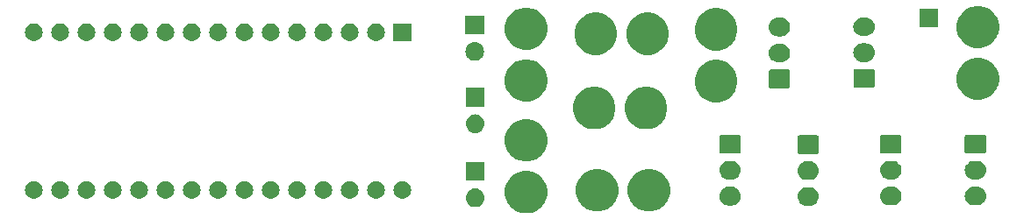
<source format=gbr>
G04 #@! TF.GenerationSoftware,KiCad,Pcbnew,(5.1.2)-2*
G04 #@! TF.CreationDate,2020-01-25T22:11:55+00:00*
G04 #@! TF.ProjectId,rowing_steerting,726f7769-6e67-45f7-9374-65657274696e,rev?*
G04 #@! TF.SameCoordinates,Original*
G04 #@! TF.FileFunction,Soldermask,Bot*
G04 #@! TF.FilePolarity,Negative*
%FSLAX46Y46*%
G04 Gerber Fmt 4.6, Leading zero omitted, Abs format (unit mm)*
G04 Created by KiCad (PCBNEW (5.1.2)-2) date 2020-01-25 22:11:55*
%MOMM*%
%LPD*%
G04 APERTURE LIST*
%ADD10C,0.100000*%
G04 APERTURE END LIST*
D10*
G36*
X53628374Y-16766038D02*
G01*
X54001631Y-16920646D01*
X54001633Y-16920647D01*
X54337556Y-17145104D01*
X54623236Y-17430784D01*
X54796849Y-17690613D01*
X54847694Y-17766709D01*
X55002302Y-18139966D01*
X55081120Y-18536213D01*
X55081120Y-18940227D01*
X55002302Y-19336474D01*
X54867900Y-19660949D01*
X54847693Y-19709733D01*
X54623236Y-20045656D01*
X54337556Y-20331336D01*
X54001633Y-20555793D01*
X54001632Y-20555794D01*
X54001631Y-20555794D01*
X53628374Y-20710402D01*
X53232127Y-20789220D01*
X52828113Y-20789220D01*
X52431866Y-20710402D01*
X52058609Y-20555794D01*
X52058608Y-20555794D01*
X52058607Y-20555793D01*
X51722684Y-20331336D01*
X51437004Y-20045656D01*
X51212547Y-19709733D01*
X51192340Y-19660949D01*
X51057938Y-19336474D01*
X50979120Y-18940227D01*
X50979120Y-18536213D01*
X51057938Y-18139966D01*
X51212546Y-17766709D01*
X51263392Y-17690613D01*
X51437004Y-17430784D01*
X51722684Y-17145104D01*
X52058607Y-16920647D01*
X52058609Y-16920646D01*
X52431866Y-16766038D01*
X52828113Y-16687220D01*
X53232127Y-16687220D01*
X53628374Y-16766038D01*
X53628374Y-16766038D01*
G37*
G36*
X65473034Y-16587598D02*
G01*
X65846291Y-16742206D01*
X65846293Y-16742207D01*
X66182216Y-16966664D01*
X66467896Y-17252344D01*
X66672771Y-17558960D01*
X66692354Y-17588269D01*
X66846962Y-17961526D01*
X66925780Y-18357773D01*
X66925780Y-18761787D01*
X66846962Y-19158034D01*
X66715444Y-19475547D01*
X66692353Y-19531293D01*
X66467896Y-19867216D01*
X66182216Y-20152896D01*
X65846293Y-20377353D01*
X65846292Y-20377354D01*
X65846291Y-20377354D01*
X65473034Y-20531962D01*
X65076787Y-20610780D01*
X64672773Y-20610780D01*
X64276526Y-20531962D01*
X63903269Y-20377354D01*
X63903268Y-20377354D01*
X63903267Y-20377353D01*
X63567344Y-20152896D01*
X63281664Y-19867216D01*
X63057207Y-19531293D01*
X63034116Y-19475547D01*
X62902598Y-19158034D01*
X62823780Y-18761787D01*
X62823780Y-18357773D01*
X62902598Y-17961526D01*
X63057206Y-17588269D01*
X63076790Y-17558960D01*
X63281664Y-17252344D01*
X63567344Y-16966664D01*
X63903267Y-16742207D01*
X63903269Y-16742206D01*
X64276526Y-16587598D01*
X64672773Y-16508780D01*
X65076787Y-16508780D01*
X65473034Y-16587598D01*
X65473034Y-16587598D01*
G37*
G36*
X60473034Y-16587598D02*
G01*
X60846291Y-16742206D01*
X60846293Y-16742207D01*
X61182216Y-16966664D01*
X61467896Y-17252344D01*
X61672771Y-17558960D01*
X61692354Y-17588269D01*
X61846962Y-17961526D01*
X61925780Y-18357773D01*
X61925780Y-18761787D01*
X61846962Y-19158034D01*
X61715444Y-19475547D01*
X61692353Y-19531293D01*
X61467896Y-19867216D01*
X61182216Y-20152896D01*
X60846293Y-20377353D01*
X60846292Y-20377354D01*
X60846291Y-20377354D01*
X60473034Y-20531962D01*
X60076787Y-20610780D01*
X59672773Y-20610780D01*
X59276526Y-20531962D01*
X58903269Y-20377354D01*
X58903268Y-20377354D01*
X58903267Y-20377353D01*
X58567344Y-20152896D01*
X58281664Y-19867216D01*
X58057207Y-19531293D01*
X58034116Y-19475547D01*
X57902598Y-19158034D01*
X57823780Y-18761787D01*
X57823780Y-18357773D01*
X57902598Y-17961526D01*
X58057206Y-17588269D01*
X58076790Y-17558960D01*
X58281664Y-17252344D01*
X58567344Y-16966664D01*
X58903267Y-16742207D01*
X58903269Y-16742206D01*
X59276526Y-16587598D01*
X59672773Y-16508780D01*
X60076787Y-16508780D01*
X60473034Y-16587598D01*
X60473034Y-16587598D01*
G37*
G36*
X48218042Y-18404438D02*
G01*
X48284227Y-18410957D01*
X48454066Y-18462477D01*
X48610591Y-18546142D01*
X48646329Y-18575472D01*
X48747786Y-18658734D01*
X48831048Y-18760191D01*
X48860378Y-18795929D01*
X48860379Y-18795931D01*
X48937508Y-18940227D01*
X48944043Y-18952454D01*
X48995563Y-19122293D01*
X49012959Y-19298920D01*
X48995563Y-19475547D01*
X48944043Y-19645386D01*
X48860378Y-19801911D01*
X48831048Y-19837649D01*
X48747786Y-19939106D01*
X48648578Y-20020523D01*
X48610591Y-20051698D01*
X48454066Y-20135363D01*
X48284227Y-20186883D01*
X48218042Y-20193402D01*
X48151860Y-20199920D01*
X48063340Y-20199920D01*
X47997158Y-20193402D01*
X47930973Y-20186883D01*
X47761134Y-20135363D01*
X47604609Y-20051698D01*
X47566622Y-20020523D01*
X47467414Y-19939106D01*
X47384152Y-19837649D01*
X47354822Y-19801911D01*
X47271157Y-19645386D01*
X47219637Y-19475547D01*
X47202241Y-19298920D01*
X47219637Y-19122293D01*
X47271157Y-18952454D01*
X47277693Y-18940227D01*
X47354821Y-18795931D01*
X47354822Y-18795929D01*
X47384152Y-18760191D01*
X47467414Y-18658734D01*
X47568871Y-18575472D01*
X47604609Y-18546142D01*
X47761134Y-18462477D01*
X47930973Y-18410957D01*
X47997158Y-18404438D01*
X48063340Y-18397920D01*
X48151860Y-18397920D01*
X48218042Y-18404438D01*
X48218042Y-18404438D01*
G37*
G36*
X80479123Y-18263479D02*
G01*
X80545307Y-18269997D01*
X80715146Y-18321517D01*
X80871671Y-18405182D01*
X80907409Y-18434512D01*
X81008866Y-18517774D01*
X81092128Y-18619231D01*
X81121458Y-18654969D01*
X81205123Y-18811494D01*
X81256643Y-18981333D01*
X81274039Y-19157960D01*
X81256643Y-19334587D01*
X81205123Y-19504426D01*
X81121458Y-19660951D01*
X81092128Y-19696689D01*
X81008866Y-19798146D01*
X80907409Y-19881408D01*
X80871671Y-19910738D01*
X80715146Y-19994403D01*
X80545307Y-20045923D01*
X80486661Y-20051699D01*
X80412940Y-20058960D01*
X80074420Y-20058960D01*
X80000699Y-20051699D01*
X79942053Y-20045923D01*
X79772214Y-19994403D01*
X79615689Y-19910738D01*
X79579951Y-19881408D01*
X79478494Y-19798146D01*
X79395232Y-19696689D01*
X79365902Y-19660951D01*
X79282237Y-19504426D01*
X79230717Y-19334587D01*
X79213321Y-19157960D01*
X79230717Y-18981333D01*
X79282237Y-18811494D01*
X79365902Y-18654969D01*
X79395232Y-18619231D01*
X79478494Y-18517774D01*
X79579951Y-18434512D01*
X79615689Y-18405182D01*
X79772214Y-18321517D01*
X79942053Y-18269997D01*
X80008237Y-18263479D01*
X80074420Y-18256960D01*
X80412940Y-18256960D01*
X80479123Y-18263479D01*
X80479123Y-18263479D01*
G37*
G36*
X72937862Y-18238078D02*
G01*
X73004047Y-18244597D01*
X73173886Y-18296117D01*
X73330411Y-18379782D01*
X73361361Y-18405182D01*
X73467606Y-18492374D01*
X73550868Y-18593831D01*
X73580198Y-18629569D01*
X73663863Y-18786094D01*
X73715383Y-18955933D01*
X73732779Y-19132560D01*
X73715383Y-19309187D01*
X73697546Y-19367987D01*
X73663862Y-19479028D01*
X73622030Y-19557289D01*
X73580198Y-19635551D01*
X73550868Y-19671289D01*
X73467606Y-19772746D01*
X73366149Y-19856008D01*
X73330411Y-19885338D01*
X73173886Y-19969003D01*
X73004047Y-20020523D01*
X72937863Y-20027041D01*
X72871680Y-20033560D01*
X72533160Y-20033560D01*
X72466978Y-20027042D01*
X72400793Y-20020523D01*
X72230954Y-19969003D01*
X72074429Y-19885338D01*
X72038691Y-19856008D01*
X71937234Y-19772746D01*
X71853972Y-19671289D01*
X71824642Y-19635551D01*
X71782809Y-19557288D01*
X71740978Y-19479028D01*
X71707294Y-19367987D01*
X71689457Y-19309187D01*
X71672061Y-19132560D01*
X71689457Y-18955933D01*
X71740977Y-18786094D01*
X71824642Y-18629569D01*
X71853972Y-18593831D01*
X71937234Y-18492374D01*
X72043479Y-18405182D01*
X72074429Y-18379782D01*
X72230954Y-18296117D01*
X72400793Y-18244597D01*
X72466978Y-18238078D01*
X72533160Y-18231560D01*
X72871680Y-18231560D01*
X72937862Y-18238078D01*
X72937862Y-18238078D01*
G37*
G36*
X96608122Y-18227918D02*
G01*
X96674307Y-18234437D01*
X96844146Y-18285957D01*
X97000671Y-18369622D01*
X97035152Y-18397920D01*
X97137866Y-18482214D01*
X97221128Y-18583671D01*
X97250458Y-18619409D01*
X97334123Y-18775934D01*
X97385643Y-18945773D01*
X97403039Y-19122400D01*
X97385643Y-19299027D01*
X97334123Y-19468866D01*
X97250458Y-19625391D01*
X97221276Y-19660949D01*
X97137866Y-19762586D01*
X97036409Y-19845848D01*
X97000671Y-19875178D01*
X96844146Y-19958843D01*
X96674307Y-20010363D01*
X96608122Y-20016882D01*
X96541940Y-20023400D01*
X96203420Y-20023400D01*
X96137238Y-20016882D01*
X96071053Y-20010363D01*
X95901214Y-19958843D01*
X95744689Y-19875178D01*
X95708951Y-19845848D01*
X95607494Y-19762586D01*
X95524084Y-19660949D01*
X95494902Y-19625391D01*
X95411237Y-19468866D01*
X95359717Y-19299027D01*
X95342321Y-19122400D01*
X95359717Y-18945773D01*
X95411237Y-18775934D01*
X95494902Y-18619409D01*
X95524232Y-18583671D01*
X95607494Y-18482214D01*
X95710208Y-18397920D01*
X95744689Y-18369622D01*
X95901214Y-18285957D01*
X96071053Y-18234437D01*
X96137238Y-18227918D01*
X96203420Y-18221400D01*
X96541940Y-18221400D01*
X96608122Y-18227918D01*
X96608122Y-18227918D01*
G37*
G36*
X88454722Y-18227918D02*
G01*
X88520907Y-18234437D01*
X88690746Y-18285957D01*
X88847271Y-18369622D01*
X88881752Y-18397920D01*
X88984466Y-18482214D01*
X89067728Y-18583671D01*
X89097058Y-18619409D01*
X89180723Y-18775934D01*
X89232243Y-18945773D01*
X89249639Y-19122400D01*
X89232243Y-19299027D01*
X89180723Y-19468866D01*
X89097058Y-19625391D01*
X89067876Y-19660949D01*
X88984466Y-19762586D01*
X88883009Y-19845848D01*
X88847271Y-19875178D01*
X88690746Y-19958843D01*
X88520907Y-20010363D01*
X88454722Y-20016882D01*
X88388540Y-20023400D01*
X88050020Y-20023400D01*
X87983838Y-20016882D01*
X87917653Y-20010363D01*
X87747814Y-19958843D01*
X87591289Y-19875178D01*
X87555551Y-19845848D01*
X87454094Y-19762586D01*
X87370684Y-19660949D01*
X87341502Y-19625391D01*
X87257837Y-19468866D01*
X87206317Y-19299027D01*
X87188921Y-19122400D01*
X87206317Y-18945773D01*
X87257837Y-18775934D01*
X87341502Y-18619409D01*
X87370832Y-18583671D01*
X87454094Y-18482214D01*
X87556808Y-18397920D01*
X87591289Y-18369622D01*
X87747814Y-18285957D01*
X87917653Y-18234437D01*
X87983838Y-18227918D01*
X88050020Y-18221400D01*
X88388540Y-18221400D01*
X88454722Y-18227918D01*
X88454722Y-18227918D01*
G37*
G36*
X33626243Y-17690613D02*
G01*
X33786662Y-17739276D01*
X33837985Y-17766709D01*
X33934498Y-17818296D01*
X34064079Y-17924641D01*
X34170424Y-18054222D01*
X34170425Y-18054224D01*
X34249444Y-18202058D01*
X34298107Y-18362477D01*
X34314537Y-18529300D01*
X34298107Y-18696123D01*
X34249444Y-18856542D01*
X34204714Y-18940226D01*
X34170424Y-19004378D01*
X34064079Y-19133959D01*
X33934498Y-19240304D01*
X33934496Y-19240305D01*
X33786662Y-19319324D01*
X33626243Y-19367987D01*
X33501224Y-19380300D01*
X33417616Y-19380300D01*
X33292597Y-19367987D01*
X33132178Y-19319324D01*
X32984344Y-19240305D01*
X32984342Y-19240304D01*
X32854761Y-19133959D01*
X32748416Y-19004378D01*
X32714126Y-18940226D01*
X32669396Y-18856542D01*
X32620733Y-18696123D01*
X32604303Y-18529300D01*
X32620733Y-18362477D01*
X32669396Y-18202058D01*
X32748415Y-18054224D01*
X32748416Y-18054222D01*
X32854761Y-17924641D01*
X32984342Y-17818296D01*
X33080855Y-17766709D01*
X33132178Y-17739276D01*
X33292597Y-17690613D01*
X33417616Y-17678300D01*
X33501224Y-17678300D01*
X33626243Y-17690613D01*
X33626243Y-17690613D01*
G37*
G36*
X5686243Y-17690613D02*
G01*
X5846662Y-17739276D01*
X5897985Y-17766709D01*
X5994498Y-17818296D01*
X6124079Y-17924641D01*
X6230424Y-18054222D01*
X6230425Y-18054224D01*
X6309444Y-18202058D01*
X6358107Y-18362477D01*
X6374537Y-18529300D01*
X6358107Y-18696123D01*
X6309444Y-18856542D01*
X6264714Y-18940226D01*
X6230424Y-19004378D01*
X6124079Y-19133959D01*
X5994498Y-19240304D01*
X5994496Y-19240305D01*
X5846662Y-19319324D01*
X5686243Y-19367987D01*
X5561224Y-19380300D01*
X5477616Y-19380300D01*
X5352597Y-19367987D01*
X5192178Y-19319324D01*
X5044344Y-19240305D01*
X5044342Y-19240304D01*
X4914761Y-19133959D01*
X4808416Y-19004378D01*
X4774126Y-18940226D01*
X4729396Y-18856542D01*
X4680733Y-18696123D01*
X4664303Y-18529300D01*
X4680733Y-18362477D01*
X4729396Y-18202058D01*
X4808415Y-18054224D01*
X4808416Y-18054222D01*
X4914761Y-17924641D01*
X5044342Y-17818296D01*
X5140855Y-17766709D01*
X5192178Y-17739276D01*
X5352597Y-17690613D01*
X5477616Y-17678300D01*
X5561224Y-17678300D01*
X5686243Y-17690613D01*
X5686243Y-17690613D01*
G37*
G36*
X41246243Y-17690613D02*
G01*
X41406662Y-17739276D01*
X41457985Y-17766709D01*
X41554498Y-17818296D01*
X41684079Y-17924641D01*
X41790424Y-18054222D01*
X41790425Y-18054224D01*
X41869444Y-18202058D01*
X41918107Y-18362477D01*
X41934537Y-18529300D01*
X41918107Y-18696123D01*
X41869444Y-18856542D01*
X41824714Y-18940226D01*
X41790424Y-19004378D01*
X41684079Y-19133959D01*
X41554498Y-19240304D01*
X41554496Y-19240305D01*
X41406662Y-19319324D01*
X41246243Y-19367987D01*
X41121224Y-19380300D01*
X41037616Y-19380300D01*
X40912597Y-19367987D01*
X40752178Y-19319324D01*
X40604344Y-19240305D01*
X40604342Y-19240304D01*
X40474761Y-19133959D01*
X40368416Y-19004378D01*
X40334126Y-18940226D01*
X40289396Y-18856542D01*
X40240733Y-18696123D01*
X40224303Y-18529300D01*
X40240733Y-18362477D01*
X40289396Y-18202058D01*
X40368415Y-18054224D01*
X40368416Y-18054222D01*
X40474761Y-17924641D01*
X40604342Y-17818296D01*
X40700855Y-17766709D01*
X40752178Y-17739276D01*
X40912597Y-17690613D01*
X41037616Y-17678300D01*
X41121224Y-17678300D01*
X41246243Y-17690613D01*
X41246243Y-17690613D01*
G37*
G36*
X38706243Y-17690613D02*
G01*
X38866662Y-17739276D01*
X38917985Y-17766709D01*
X39014498Y-17818296D01*
X39144079Y-17924641D01*
X39250424Y-18054222D01*
X39250425Y-18054224D01*
X39329444Y-18202058D01*
X39378107Y-18362477D01*
X39394537Y-18529300D01*
X39378107Y-18696123D01*
X39329444Y-18856542D01*
X39284714Y-18940226D01*
X39250424Y-19004378D01*
X39144079Y-19133959D01*
X39014498Y-19240304D01*
X39014496Y-19240305D01*
X38866662Y-19319324D01*
X38706243Y-19367987D01*
X38581224Y-19380300D01*
X38497616Y-19380300D01*
X38372597Y-19367987D01*
X38212178Y-19319324D01*
X38064344Y-19240305D01*
X38064342Y-19240304D01*
X37934761Y-19133959D01*
X37828416Y-19004378D01*
X37794126Y-18940226D01*
X37749396Y-18856542D01*
X37700733Y-18696123D01*
X37684303Y-18529300D01*
X37700733Y-18362477D01*
X37749396Y-18202058D01*
X37828415Y-18054224D01*
X37828416Y-18054222D01*
X37934761Y-17924641D01*
X38064342Y-17818296D01*
X38160855Y-17766709D01*
X38212178Y-17739276D01*
X38372597Y-17690613D01*
X38497616Y-17678300D01*
X38581224Y-17678300D01*
X38706243Y-17690613D01*
X38706243Y-17690613D01*
G37*
G36*
X36166243Y-17690613D02*
G01*
X36326662Y-17739276D01*
X36377985Y-17766709D01*
X36474498Y-17818296D01*
X36604079Y-17924641D01*
X36710424Y-18054222D01*
X36710425Y-18054224D01*
X36789444Y-18202058D01*
X36838107Y-18362477D01*
X36854537Y-18529300D01*
X36838107Y-18696123D01*
X36789444Y-18856542D01*
X36744714Y-18940226D01*
X36710424Y-19004378D01*
X36604079Y-19133959D01*
X36474498Y-19240304D01*
X36474496Y-19240305D01*
X36326662Y-19319324D01*
X36166243Y-19367987D01*
X36041224Y-19380300D01*
X35957616Y-19380300D01*
X35832597Y-19367987D01*
X35672178Y-19319324D01*
X35524344Y-19240305D01*
X35524342Y-19240304D01*
X35394761Y-19133959D01*
X35288416Y-19004378D01*
X35254126Y-18940226D01*
X35209396Y-18856542D01*
X35160733Y-18696123D01*
X35144303Y-18529300D01*
X35160733Y-18362477D01*
X35209396Y-18202058D01*
X35288415Y-18054224D01*
X35288416Y-18054222D01*
X35394761Y-17924641D01*
X35524342Y-17818296D01*
X35620855Y-17766709D01*
X35672178Y-17739276D01*
X35832597Y-17690613D01*
X35957616Y-17678300D01*
X36041224Y-17678300D01*
X36166243Y-17690613D01*
X36166243Y-17690613D01*
G37*
G36*
X31086243Y-17690613D02*
G01*
X31246662Y-17739276D01*
X31297985Y-17766709D01*
X31394498Y-17818296D01*
X31524079Y-17924641D01*
X31630424Y-18054222D01*
X31630425Y-18054224D01*
X31709444Y-18202058D01*
X31758107Y-18362477D01*
X31774537Y-18529300D01*
X31758107Y-18696123D01*
X31709444Y-18856542D01*
X31664714Y-18940226D01*
X31630424Y-19004378D01*
X31524079Y-19133959D01*
X31394498Y-19240304D01*
X31394496Y-19240305D01*
X31246662Y-19319324D01*
X31086243Y-19367987D01*
X30961224Y-19380300D01*
X30877616Y-19380300D01*
X30752597Y-19367987D01*
X30592178Y-19319324D01*
X30444344Y-19240305D01*
X30444342Y-19240304D01*
X30314761Y-19133959D01*
X30208416Y-19004378D01*
X30174126Y-18940226D01*
X30129396Y-18856542D01*
X30080733Y-18696123D01*
X30064303Y-18529300D01*
X30080733Y-18362477D01*
X30129396Y-18202058D01*
X30208415Y-18054224D01*
X30208416Y-18054222D01*
X30314761Y-17924641D01*
X30444342Y-17818296D01*
X30540855Y-17766709D01*
X30592178Y-17739276D01*
X30752597Y-17690613D01*
X30877616Y-17678300D01*
X30961224Y-17678300D01*
X31086243Y-17690613D01*
X31086243Y-17690613D01*
G37*
G36*
X28546243Y-17690613D02*
G01*
X28706662Y-17739276D01*
X28757985Y-17766709D01*
X28854498Y-17818296D01*
X28984079Y-17924641D01*
X29090424Y-18054222D01*
X29090425Y-18054224D01*
X29169444Y-18202058D01*
X29218107Y-18362477D01*
X29234537Y-18529300D01*
X29218107Y-18696123D01*
X29169444Y-18856542D01*
X29124714Y-18940226D01*
X29090424Y-19004378D01*
X28984079Y-19133959D01*
X28854498Y-19240304D01*
X28854496Y-19240305D01*
X28706662Y-19319324D01*
X28546243Y-19367987D01*
X28421224Y-19380300D01*
X28337616Y-19380300D01*
X28212597Y-19367987D01*
X28052178Y-19319324D01*
X27904344Y-19240305D01*
X27904342Y-19240304D01*
X27774761Y-19133959D01*
X27668416Y-19004378D01*
X27634126Y-18940226D01*
X27589396Y-18856542D01*
X27540733Y-18696123D01*
X27524303Y-18529300D01*
X27540733Y-18362477D01*
X27589396Y-18202058D01*
X27668415Y-18054224D01*
X27668416Y-18054222D01*
X27774761Y-17924641D01*
X27904342Y-17818296D01*
X28000855Y-17766709D01*
X28052178Y-17739276D01*
X28212597Y-17690613D01*
X28337616Y-17678300D01*
X28421224Y-17678300D01*
X28546243Y-17690613D01*
X28546243Y-17690613D01*
G37*
G36*
X23466243Y-17690613D02*
G01*
X23626662Y-17739276D01*
X23677985Y-17766709D01*
X23774498Y-17818296D01*
X23904079Y-17924641D01*
X24010424Y-18054222D01*
X24010425Y-18054224D01*
X24089444Y-18202058D01*
X24138107Y-18362477D01*
X24154537Y-18529300D01*
X24138107Y-18696123D01*
X24089444Y-18856542D01*
X24044714Y-18940226D01*
X24010424Y-19004378D01*
X23904079Y-19133959D01*
X23774498Y-19240304D01*
X23774496Y-19240305D01*
X23626662Y-19319324D01*
X23466243Y-19367987D01*
X23341224Y-19380300D01*
X23257616Y-19380300D01*
X23132597Y-19367987D01*
X22972178Y-19319324D01*
X22824344Y-19240305D01*
X22824342Y-19240304D01*
X22694761Y-19133959D01*
X22588416Y-19004378D01*
X22554126Y-18940226D01*
X22509396Y-18856542D01*
X22460733Y-18696123D01*
X22444303Y-18529300D01*
X22460733Y-18362477D01*
X22509396Y-18202058D01*
X22588415Y-18054224D01*
X22588416Y-18054222D01*
X22694761Y-17924641D01*
X22824342Y-17818296D01*
X22920855Y-17766709D01*
X22972178Y-17739276D01*
X23132597Y-17690613D01*
X23257616Y-17678300D01*
X23341224Y-17678300D01*
X23466243Y-17690613D01*
X23466243Y-17690613D01*
G37*
G36*
X20926243Y-17690613D02*
G01*
X21086662Y-17739276D01*
X21137985Y-17766709D01*
X21234498Y-17818296D01*
X21364079Y-17924641D01*
X21470424Y-18054222D01*
X21470425Y-18054224D01*
X21549444Y-18202058D01*
X21598107Y-18362477D01*
X21614537Y-18529300D01*
X21598107Y-18696123D01*
X21549444Y-18856542D01*
X21504714Y-18940226D01*
X21470424Y-19004378D01*
X21364079Y-19133959D01*
X21234498Y-19240304D01*
X21234496Y-19240305D01*
X21086662Y-19319324D01*
X20926243Y-19367987D01*
X20801224Y-19380300D01*
X20717616Y-19380300D01*
X20592597Y-19367987D01*
X20432178Y-19319324D01*
X20284344Y-19240305D01*
X20284342Y-19240304D01*
X20154761Y-19133959D01*
X20048416Y-19004378D01*
X20014126Y-18940226D01*
X19969396Y-18856542D01*
X19920733Y-18696123D01*
X19904303Y-18529300D01*
X19920733Y-18362477D01*
X19969396Y-18202058D01*
X20048415Y-18054224D01*
X20048416Y-18054222D01*
X20154761Y-17924641D01*
X20284342Y-17818296D01*
X20380855Y-17766709D01*
X20432178Y-17739276D01*
X20592597Y-17690613D01*
X20717616Y-17678300D01*
X20801224Y-17678300D01*
X20926243Y-17690613D01*
X20926243Y-17690613D01*
G37*
G36*
X18386243Y-17690613D02*
G01*
X18546662Y-17739276D01*
X18597985Y-17766709D01*
X18694498Y-17818296D01*
X18824079Y-17924641D01*
X18930424Y-18054222D01*
X18930425Y-18054224D01*
X19009444Y-18202058D01*
X19058107Y-18362477D01*
X19074537Y-18529300D01*
X19058107Y-18696123D01*
X19009444Y-18856542D01*
X18964714Y-18940226D01*
X18930424Y-19004378D01*
X18824079Y-19133959D01*
X18694498Y-19240304D01*
X18694496Y-19240305D01*
X18546662Y-19319324D01*
X18386243Y-19367987D01*
X18261224Y-19380300D01*
X18177616Y-19380300D01*
X18052597Y-19367987D01*
X17892178Y-19319324D01*
X17744344Y-19240305D01*
X17744342Y-19240304D01*
X17614761Y-19133959D01*
X17508416Y-19004378D01*
X17474126Y-18940226D01*
X17429396Y-18856542D01*
X17380733Y-18696123D01*
X17364303Y-18529300D01*
X17380733Y-18362477D01*
X17429396Y-18202058D01*
X17508415Y-18054224D01*
X17508416Y-18054222D01*
X17614761Y-17924641D01*
X17744342Y-17818296D01*
X17840855Y-17766709D01*
X17892178Y-17739276D01*
X18052597Y-17690613D01*
X18177616Y-17678300D01*
X18261224Y-17678300D01*
X18386243Y-17690613D01*
X18386243Y-17690613D01*
G37*
G36*
X15846243Y-17690613D02*
G01*
X16006662Y-17739276D01*
X16057985Y-17766709D01*
X16154498Y-17818296D01*
X16284079Y-17924641D01*
X16390424Y-18054222D01*
X16390425Y-18054224D01*
X16469444Y-18202058D01*
X16518107Y-18362477D01*
X16534537Y-18529300D01*
X16518107Y-18696123D01*
X16469444Y-18856542D01*
X16424714Y-18940226D01*
X16390424Y-19004378D01*
X16284079Y-19133959D01*
X16154498Y-19240304D01*
X16154496Y-19240305D01*
X16006662Y-19319324D01*
X15846243Y-19367987D01*
X15721224Y-19380300D01*
X15637616Y-19380300D01*
X15512597Y-19367987D01*
X15352178Y-19319324D01*
X15204344Y-19240305D01*
X15204342Y-19240304D01*
X15074761Y-19133959D01*
X14968416Y-19004378D01*
X14934126Y-18940226D01*
X14889396Y-18856542D01*
X14840733Y-18696123D01*
X14824303Y-18529300D01*
X14840733Y-18362477D01*
X14889396Y-18202058D01*
X14968415Y-18054224D01*
X14968416Y-18054222D01*
X15074761Y-17924641D01*
X15204342Y-17818296D01*
X15300855Y-17766709D01*
X15352178Y-17739276D01*
X15512597Y-17690613D01*
X15637616Y-17678300D01*
X15721224Y-17678300D01*
X15846243Y-17690613D01*
X15846243Y-17690613D01*
G37*
G36*
X13306243Y-17690613D02*
G01*
X13466662Y-17739276D01*
X13517985Y-17766709D01*
X13614498Y-17818296D01*
X13744079Y-17924641D01*
X13850424Y-18054222D01*
X13850425Y-18054224D01*
X13929444Y-18202058D01*
X13978107Y-18362477D01*
X13994537Y-18529300D01*
X13978107Y-18696123D01*
X13929444Y-18856542D01*
X13884714Y-18940226D01*
X13850424Y-19004378D01*
X13744079Y-19133959D01*
X13614498Y-19240304D01*
X13614496Y-19240305D01*
X13466662Y-19319324D01*
X13306243Y-19367987D01*
X13181224Y-19380300D01*
X13097616Y-19380300D01*
X12972597Y-19367987D01*
X12812178Y-19319324D01*
X12664344Y-19240305D01*
X12664342Y-19240304D01*
X12534761Y-19133959D01*
X12428416Y-19004378D01*
X12394126Y-18940226D01*
X12349396Y-18856542D01*
X12300733Y-18696123D01*
X12284303Y-18529300D01*
X12300733Y-18362477D01*
X12349396Y-18202058D01*
X12428415Y-18054224D01*
X12428416Y-18054222D01*
X12534761Y-17924641D01*
X12664342Y-17818296D01*
X12760855Y-17766709D01*
X12812178Y-17739276D01*
X12972597Y-17690613D01*
X13097616Y-17678300D01*
X13181224Y-17678300D01*
X13306243Y-17690613D01*
X13306243Y-17690613D01*
G37*
G36*
X10766243Y-17690613D02*
G01*
X10926662Y-17739276D01*
X10977985Y-17766709D01*
X11074498Y-17818296D01*
X11204079Y-17924641D01*
X11310424Y-18054222D01*
X11310425Y-18054224D01*
X11389444Y-18202058D01*
X11438107Y-18362477D01*
X11454537Y-18529300D01*
X11438107Y-18696123D01*
X11389444Y-18856542D01*
X11344714Y-18940226D01*
X11310424Y-19004378D01*
X11204079Y-19133959D01*
X11074498Y-19240304D01*
X11074496Y-19240305D01*
X10926662Y-19319324D01*
X10766243Y-19367987D01*
X10641224Y-19380300D01*
X10557616Y-19380300D01*
X10432597Y-19367987D01*
X10272178Y-19319324D01*
X10124344Y-19240305D01*
X10124342Y-19240304D01*
X9994761Y-19133959D01*
X9888416Y-19004378D01*
X9854126Y-18940226D01*
X9809396Y-18856542D01*
X9760733Y-18696123D01*
X9744303Y-18529300D01*
X9760733Y-18362477D01*
X9809396Y-18202058D01*
X9888415Y-18054224D01*
X9888416Y-18054222D01*
X9994761Y-17924641D01*
X10124342Y-17818296D01*
X10220855Y-17766709D01*
X10272178Y-17739276D01*
X10432597Y-17690613D01*
X10557616Y-17678300D01*
X10641224Y-17678300D01*
X10766243Y-17690613D01*
X10766243Y-17690613D01*
G37*
G36*
X8226243Y-17690613D02*
G01*
X8386662Y-17739276D01*
X8437985Y-17766709D01*
X8534498Y-17818296D01*
X8664079Y-17924641D01*
X8770424Y-18054222D01*
X8770425Y-18054224D01*
X8849444Y-18202058D01*
X8898107Y-18362477D01*
X8914537Y-18529300D01*
X8898107Y-18696123D01*
X8849444Y-18856542D01*
X8804714Y-18940226D01*
X8770424Y-19004378D01*
X8664079Y-19133959D01*
X8534498Y-19240304D01*
X8534496Y-19240305D01*
X8386662Y-19319324D01*
X8226243Y-19367987D01*
X8101224Y-19380300D01*
X8017616Y-19380300D01*
X7892597Y-19367987D01*
X7732178Y-19319324D01*
X7584344Y-19240305D01*
X7584342Y-19240304D01*
X7454761Y-19133959D01*
X7348416Y-19004378D01*
X7314126Y-18940226D01*
X7269396Y-18856542D01*
X7220733Y-18696123D01*
X7204303Y-18529300D01*
X7220733Y-18362477D01*
X7269396Y-18202058D01*
X7348415Y-18054224D01*
X7348416Y-18054222D01*
X7454761Y-17924641D01*
X7584342Y-17818296D01*
X7680855Y-17766709D01*
X7732178Y-17739276D01*
X7892597Y-17690613D01*
X8017616Y-17678300D01*
X8101224Y-17678300D01*
X8226243Y-17690613D01*
X8226243Y-17690613D01*
G37*
G36*
X26006243Y-17690613D02*
G01*
X26166662Y-17739276D01*
X26217985Y-17766709D01*
X26314498Y-17818296D01*
X26444079Y-17924641D01*
X26550424Y-18054222D01*
X26550425Y-18054224D01*
X26629444Y-18202058D01*
X26678107Y-18362477D01*
X26694537Y-18529300D01*
X26678107Y-18696123D01*
X26629444Y-18856542D01*
X26584714Y-18940226D01*
X26550424Y-19004378D01*
X26444079Y-19133959D01*
X26314498Y-19240304D01*
X26314496Y-19240305D01*
X26166662Y-19319324D01*
X26006243Y-19367987D01*
X25881224Y-19380300D01*
X25797616Y-19380300D01*
X25672597Y-19367987D01*
X25512178Y-19319324D01*
X25364344Y-19240305D01*
X25364342Y-19240304D01*
X25234761Y-19133959D01*
X25128416Y-19004378D01*
X25094126Y-18940226D01*
X25049396Y-18856542D01*
X25000733Y-18696123D01*
X24984303Y-18529300D01*
X25000733Y-18362477D01*
X25049396Y-18202058D01*
X25128415Y-18054224D01*
X25128416Y-18054222D01*
X25234761Y-17924641D01*
X25364342Y-17818296D01*
X25460855Y-17766709D01*
X25512178Y-17739276D01*
X25672597Y-17690613D01*
X25797616Y-17678300D01*
X25881224Y-17678300D01*
X26006243Y-17690613D01*
X26006243Y-17690613D01*
G37*
G36*
X49008600Y-17659920D02*
G01*
X47206600Y-17659920D01*
X47206600Y-15857920D01*
X49008600Y-15857920D01*
X49008600Y-17659920D01*
X49008600Y-17659920D01*
G37*
G36*
X80479122Y-15763478D02*
G01*
X80545307Y-15769997D01*
X80715146Y-15821517D01*
X80871671Y-15905182D01*
X80907409Y-15934512D01*
X81008866Y-16017774D01*
X81092128Y-16119231D01*
X81121458Y-16154969D01*
X81205123Y-16311494D01*
X81256643Y-16481333D01*
X81274039Y-16657960D01*
X81256643Y-16834587D01*
X81205123Y-17004426D01*
X81121458Y-17160951D01*
X81092128Y-17196689D01*
X81008866Y-17298146D01*
X80907409Y-17381408D01*
X80871671Y-17410738D01*
X80715146Y-17494403D01*
X80545307Y-17545923D01*
X80479122Y-17552442D01*
X80412940Y-17558960D01*
X80074420Y-17558960D01*
X80008238Y-17552442D01*
X79942053Y-17545923D01*
X79772214Y-17494403D01*
X79615689Y-17410738D01*
X79579951Y-17381408D01*
X79478494Y-17298146D01*
X79395232Y-17196689D01*
X79365902Y-17160951D01*
X79282237Y-17004426D01*
X79230717Y-16834587D01*
X79213321Y-16657960D01*
X79230717Y-16481333D01*
X79282237Y-16311494D01*
X79365902Y-16154969D01*
X79395232Y-16119231D01*
X79478494Y-16017774D01*
X79579951Y-15934512D01*
X79615689Y-15905182D01*
X79772214Y-15821517D01*
X79942053Y-15769997D01*
X80008238Y-15763478D01*
X80074420Y-15756960D01*
X80412940Y-15756960D01*
X80479122Y-15763478D01*
X80479122Y-15763478D01*
G37*
G36*
X72937862Y-15738078D02*
G01*
X73004047Y-15744597D01*
X73173886Y-15796117D01*
X73330411Y-15879782D01*
X73361361Y-15905182D01*
X73467606Y-15992374D01*
X73550868Y-16093831D01*
X73580198Y-16129569D01*
X73663863Y-16286094D01*
X73715383Y-16455933D01*
X73732779Y-16632560D01*
X73715383Y-16809187D01*
X73663863Y-16979026D01*
X73580198Y-17135551D01*
X73550868Y-17171289D01*
X73467606Y-17272746D01*
X73366149Y-17356008D01*
X73330411Y-17385338D01*
X73173886Y-17469003D01*
X73004047Y-17520523D01*
X72937863Y-17527041D01*
X72871680Y-17533560D01*
X72533160Y-17533560D01*
X72466977Y-17527041D01*
X72400793Y-17520523D01*
X72230954Y-17469003D01*
X72074429Y-17385338D01*
X72038691Y-17356008D01*
X71937234Y-17272746D01*
X71853972Y-17171289D01*
X71824642Y-17135551D01*
X71740977Y-16979026D01*
X71689457Y-16809187D01*
X71672061Y-16632560D01*
X71689457Y-16455933D01*
X71740977Y-16286094D01*
X71824642Y-16129569D01*
X71853972Y-16093831D01*
X71937234Y-15992374D01*
X72043479Y-15905182D01*
X72074429Y-15879782D01*
X72230954Y-15796117D01*
X72400793Y-15744597D01*
X72466978Y-15738078D01*
X72533160Y-15731560D01*
X72871680Y-15731560D01*
X72937862Y-15738078D01*
X72937862Y-15738078D01*
G37*
G36*
X96608122Y-15727918D02*
G01*
X96674307Y-15734437D01*
X96844146Y-15785957D01*
X97000671Y-15869622D01*
X97036409Y-15898952D01*
X97137866Y-15982214D01*
X97221128Y-16083671D01*
X97250458Y-16119409D01*
X97334123Y-16275934D01*
X97385643Y-16445773D01*
X97403039Y-16622400D01*
X97385643Y-16799027D01*
X97334123Y-16968866D01*
X97250458Y-17125391D01*
X97234280Y-17145104D01*
X97137866Y-17262586D01*
X97036409Y-17345848D01*
X97000671Y-17375178D01*
X96844146Y-17458843D01*
X96674307Y-17510363D01*
X96608123Y-17516881D01*
X96541940Y-17523400D01*
X96203420Y-17523400D01*
X96137237Y-17516881D01*
X96071053Y-17510363D01*
X95901214Y-17458843D01*
X95744689Y-17375178D01*
X95708951Y-17345848D01*
X95607494Y-17262586D01*
X95511080Y-17145104D01*
X95494902Y-17125391D01*
X95411237Y-16968866D01*
X95359717Y-16799027D01*
X95342321Y-16622400D01*
X95359717Y-16445773D01*
X95411237Y-16275934D01*
X95494902Y-16119409D01*
X95524232Y-16083671D01*
X95607494Y-15982214D01*
X95708951Y-15898952D01*
X95744689Y-15869622D01*
X95901214Y-15785957D01*
X96071053Y-15734437D01*
X96137238Y-15727918D01*
X96203420Y-15721400D01*
X96541940Y-15721400D01*
X96608122Y-15727918D01*
X96608122Y-15727918D01*
G37*
G36*
X88454722Y-15727918D02*
G01*
X88520907Y-15734437D01*
X88690746Y-15785957D01*
X88847271Y-15869622D01*
X88883009Y-15898952D01*
X88984466Y-15982214D01*
X89067728Y-16083671D01*
X89097058Y-16119409D01*
X89180723Y-16275934D01*
X89232243Y-16445773D01*
X89249639Y-16622400D01*
X89232243Y-16799027D01*
X89180723Y-16968866D01*
X89097058Y-17125391D01*
X89080880Y-17145104D01*
X88984466Y-17262586D01*
X88883009Y-17345848D01*
X88847271Y-17375178D01*
X88690746Y-17458843D01*
X88520907Y-17510363D01*
X88454723Y-17516881D01*
X88388540Y-17523400D01*
X88050020Y-17523400D01*
X87983837Y-17516881D01*
X87917653Y-17510363D01*
X87747814Y-17458843D01*
X87591289Y-17375178D01*
X87555551Y-17345848D01*
X87454094Y-17262586D01*
X87357680Y-17145104D01*
X87341502Y-17125391D01*
X87257837Y-16968866D01*
X87206317Y-16799027D01*
X87188921Y-16622400D01*
X87206317Y-16445773D01*
X87257837Y-16275934D01*
X87341502Y-16119409D01*
X87370832Y-16083671D01*
X87454094Y-15982214D01*
X87555551Y-15898952D01*
X87591289Y-15869622D01*
X87747814Y-15785957D01*
X87917653Y-15734437D01*
X87983838Y-15727918D01*
X88050020Y-15721400D01*
X88388540Y-15721400D01*
X88454722Y-15727918D01*
X88454722Y-15727918D01*
G37*
G36*
X53628374Y-11766038D02*
G01*
X54001631Y-11920646D01*
X54001633Y-11920647D01*
X54337556Y-12145104D01*
X54623236Y-12430784D01*
X54843924Y-12761066D01*
X54847694Y-12766709D01*
X55002302Y-13139966D01*
X55081120Y-13536213D01*
X55081120Y-13940227D01*
X55002302Y-14336474D01*
X54847694Y-14709731D01*
X54847693Y-14709733D01*
X54623236Y-15045656D01*
X54337556Y-15331336D01*
X54001633Y-15555793D01*
X54001632Y-15555794D01*
X54001631Y-15555794D01*
X53628374Y-15710402D01*
X53232127Y-15789220D01*
X52828113Y-15789220D01*
X52431866Y-15710402D01*
X52058609Y-15555794D01*
X52058608Y-15555794D01*
X52058607Y-15555793D01*
X51722684Y-15331336D01*
X51437004Y-15045656D01*
X51212547Y-14709733D01*
X51212546Y-14709731D01*
X51057938Y-14336474D01*
X50979120Y-13940227D01*
X50979120Y-13536213D01*
X51057938Y-13139966D01*
X51212546Y-12766709D01*
X51216317Y-12761066D01*
X51437004Y-12430784D01*
X51722684Y-12145104D01*
X52058607Y-11920647D01*
X52058609Y-11920646D01*
X52431866Y-11766038D01*
X52828113Y-11687220D01*
X53232127Y-11687220D01*
X53628374Y-11766038D01*
X53628374Y-11766038D01*
G37*
G36*
X81127280Y-13260949D02*
G01*
X81160332Y-13270975D01*
X81190783Y-13287252D01*
X81217479Y-13309161D01*
X81239388Y-13335857D01*
X81255665Y-13366308D01*
X81265691Y-13399360D01*
X81269680Y-13439863D01*
X81269680Y-14876057D01*
X81265691Y-14916560D01*
X81255665Y-14949612D01*
X81239388Y-14980063D01*
X81217479Y-15006759D01*
X81190783Y-15028668D01*
X81160332Y-15044945D01*
X81127280Y-15054971D01*
X81086777Y-15058960D01*
X79400583Y-15058960D01*
X79360080Y-15054971D01*
X79327028Y-15044945D01*
X79296577Y-15028668D01*
X79269881Y-15006759D01*
X79247972Y-14980063D01*
X79231695Y-14949612D01*
X79221669Y-14916560D01*
X79217680Y-14876057D01*
X79217680Y-13439863D01*
X79221669Y-13399360D01*
X79231695Y-13366308D01*
X79247972Y-13335857D01*
X79269881Y-13309161D01*
X79296577Y-13287252D01*
X79327028Y-13270975D01*
X79360080Y-13260949D01*
X79400583Y-13256960D01*
X81086777Y-13256960D01*
X81127280Y-13260949D01*
X81127280Y-13260949D01*
G37*
G36*
X73586020Y-13235549D02*
G01*
X73619072Y-13245575D01*
X73649523Y-13261852D01*
X73676219Y-13283761D01*
X73698128Y-13310457D01*
X73714405Y-13340908D01*
X73724431Y-13373960D01*
X73728420Y-13414463D01*
X73728420Y-14850657D01*
X73724431Y-14891160D01*
X73714405Y-14924212D01*
X73698128Y-14954663D01*
X73676219Y-14981359D01*
X73649523Y-15003268D01*
X73619072Y-15019545D01*
X73586020Y-15029571D01*
X73545517Y-15033560D01*
X71859323Y-15033560D01*
X71818820Y-15029571D01*
X71785768Y-15019545D01*
X71755317Y-15003268D01*
X71728621Y-14981359D01*
X71706712Y-14954663D01*
X71690435Y-14924212D01*
X71680409Y-14891160D01*
X71676420Y-14850657D01*
X71676420Y-13414463D01*
X71680409Y-13373960D01*
X71690435Y-13340908D01*
X71706712Y-13310457D01*
X71728621Y-13283761D01*
X71755317Y-13261852D01*
X71785768Y-13245575D01*
X71818820Y-13235549D01*
X71859323Y-13231560D01*
X73545517Y-13231560D01*
X73586020Y-13235549D01*
X73586020Y-13235549D01*
G37*
G36*
X97256280Y-13225389D02*
G01*
X97289332Y-13235415D01*
X97319783Y-13251692D01*
X97346479Y-13273601D01*
X97368388Y-13300297D01*
X97384665Y-13330748D01*
X97394691Y-13363800D01*
X97398680Y-13404303D01*
X97398680Y-14840497D01*
X97394691Y-14881000D01*
X97384665Y-14914052D01*
X97368388Y-14944503D01*
X97346479Y-14971199D01*
X97319783Y-14993108D01*
X97289332Y-15009385D01*
X97256280Y-15019411D01*
X97215777Y-15023400D01*
X95529583Y-15023400D01*
X95489080Y-15019411D01*
X95456028Y-15009385D01*
X95425577Y-14993108D01*
X95398881Y-14971199D01*
X95376972Y-14944503D01*
X95360695Y-14914052D01*
X95350669Y-14881000D01*
X95346680Y-14840497D01*
X95346680Y-13404303D01*
X95350669Y-13363800D01*
X95360695Y-13330748D01*
X95376972Y-13300297D01*
X95398881Y-13273601D01*
X95425577Y-13251692D01*
X95456028Y-13235415D01*
X95489080Y-13225389D01*
X95529583Y-13221400D01*
X97215777Y-13221400D01*
X97256280Y-13225389D01*
X97256280Y-13225389D01*
G37*
G36*
X89102880Y-13225389D02*
G01*
X89135932Y-13235415D01*
X89166383Y-13251692D01*
X89193079Y-13273601D01*
X89214988Y-13300297D01*
X89231265Y-13330748D01*
X89241291Y-13363800D01*
X89245280Y-13404303D01*
X89245280Y-14840497D01*
X89241291Y-14881000D01*
X89231265Y-14914052D01*
X89214988Y-14944503D01*
X89193079Y-14971199D01*
X89166383Y-14993108D01*
X89135932Y-15009385D01*
X89102880Y-15019411D01*
X89062377Y-15023400D01*
X87376183Y-15023400D01*
X87335680Y-15019411D01*
X87302628Y-15009385D01*
X87272177Y-14993108D01*
X87245481Y-14971199D01*
X87223572Y-14944503D01*
X87207295Y-14914052D01*
X87197269Y-14881000D01*
X87193280Y-14840497D01*
X87193280Y-13404303D01*
X87197269Y-13363800D01*
X87207295Y-13330748D01*
X87223572Y-13300297D01*
X87245481Y-13273601D01*
X87272177Y-13251692D01*
X87302628Y-13235415D01*
X87335680Y-13225389D01*
X87376183Y-13221400D01*
X89062377Y-13221400D01*
X89102880Y-13225389D01*
X89102880Y-13225389D01*
G37*
G36*
X48218043Y-11226399D02*
G01*
X48284227Y-11232917D01*
X48454066Y-11284437D01*
X48610591Y-11368102D01*
X48646329Y-11397432D01*
X48747786Y-11480694D01*
X48831048Y-11582151D01*
X48860378Y-11617889D01*
X48944043Y-11774414D01*
X48995563Y-11944253D01*
X49012959Y-12120880D01*
X48995563Y-12297507D01*
X48944043Y-12467346D01*
X48860378Y-12623871D01*
X48831048Y-12659609D01*
X48747786Y-12761066D01*
X48646329Y-12844328D01*
X48610591Y-12873658D01*
X48454066Y-12957323D01*
X48284227Y-13008843D01*
X48218043Y-13015361D01*
X48151860Y-13021880D01*
X48063340Y-13021880D01*
X47997158Y-13015362D01*
X47930973Y-13008843D01*
X47761134Y-12957323D01*
X47604609Y-12873658D01*
X47568871Y-12844328D01*
X47467414Y-12761066D01*
X47384152Y-12659609D01*
X47354822Y-12623871D01*
X47271157Y-12467346D01*
X47219637Y-12297507D01*
X47202241Y-12120880D01*
X47219637Y-11944253D01*
X47271157Y-11774414D01*
X47354822Y-11617889D01*
X47384152Y-11582151D01*
X47467414Y-11480694D01*
X47568871Y-11397432D01*
X47604609Y-11368102D01*
X47761134Y-11284437D01*
X47930973Y-11232917D01*
X47997157Y-11226399D01*
X48063340Y-11219880D01*
X48151860Y-11219880D01*
X48218043Y-11226399D01*
X48218043Y-11226399D01*
G37*
G36*
X60191094Y-8639938D02*
G01*
X60504973Y-8769951D01*
X60564353Y-8794547D01*
X60900276Y-9019004D01*
X61185956Y-9304684D01*
X61393980Y-9616013D01*
X61410414Y-9640609D01*
X61565022Y-10013866D01*
X61643840Y-10410113D01*
X61643840Y-10814127D01*
X61565022Y-11210374D01*
X61499689Y-11368101D01*
X61410413Y-11583633D01*
X61185956Y-11919556D01*
X60900276Y-12205236D01*
X60564353Y-12429693D01*
X60564352Y-12429694D01*
X60564351Y-12429694D01*
X60191094Y-12584302D01*
X59794847Y-12663120D01*
X59390833Y-12663120D01*
X58994586Y-12584302D01*
X58621329Y-12429694D01*
X58621328Y-12429694D01*
X58621327Y-12429693D01*
X58285404Y-12205236D01*
X57999724Y-11919556D01*
X57775267Y-11583633D01*
X57685991Y-11368101D01*
X57620658Y-11210374D01*
X57541840Y-10814127D01*
X57541840Y-10410113D01*
X57620658Y-10013866D01*
X57775266Y-9640609D01*
X57791701Y-9616013D01*
X57999724Y-9304684D01*
X58285404Y-9019004D01*
X58621327Y-8794547D01*
X58680707Y-8769951D01*
X58994586Y-8639938D01*
X59390833Y-8561120D01*
X59794847Y-8561120D01*
X60191094Y-8639938D01*
X60191094Y-8639938D01*
G37*
G36*
X65191094Y-8639938D02*
G01*
X65504973Y-8769951D01*
X65564353Y-8794547D01*
X65900276Y-9019004D01*
X66185956Y-9304684D01*
X66393980Y-9616013D01*
X66410414Y-9640609D01*
X66565022Y-10013866D01*
X66643840Y-10410113D01*
X66643840Y-10814127D01*
X66565022Y-11210374D01*
X66499689Y-11368101D01*
X66410413Y-11583633D01*
X66185956Y-11919556D01*
X65900276Y-12205236D01*
X65564353Y-12429693D01*
X65564352Y-12429694D01*
X65564351Y-12429694D01*
X65191094Y-12584302D01*
X64794847Y-12663120D01*
X64390833Y-12663120D01*
X63994586Y-12584302D01*
X63621329Y-12429694D01*
X63621328Y-12429694D01*
X63621327Y-12429693D01*
X63285404Y-12205236D01*
X62999724Y-11919556D01*
X62775267Y-11583633D01*
X62685991Y-11368101D01*
X62620658Y-11210374D01*
X62541840Y-10814127D01*
X62541840Y-10410113D01*
X62620658Y-10013866D01*
X62775266Y-9640609D01*
X62791701Y-9616013D01*
X62999724Y-9304684D01*
X63285404Y-9019004D01*
X63621327Y-8794547D01*
X63680707Y-8769951D01*
X63994586Y-8639938D01*
X64390833Y-8561120D01*
X64794847Y-8561120D01*
X65191094Y-8639938D01*
X65191094Y-8639938D01*
G37*
G36*
X49008600Y-10481880D02*
G01*
X47206600Y-10481880D01*
X47206600Y-8679880D01*
X49008600Y-8679880D01*
X49008600Y-10481880D01*
X49008600Y-10481880D01*
G37*
G36*
X71954474Y-6052318D02*
G01*
X72323863Y-6205324D01*
X72327733Y-6206927D01*
X72663656Y-6431384D01*
X72949336Y-6717064D01*
X73162884Y-7036660D01*
X73173794Y-7052989D01*
X73328402Y-7426246D01*
X73407220Y-7822493D01*
X73407220Y-8226507D01*
X73328402Y-8622754D01*
X73201148Y-8929973D01*
X73173793Y-8996013D01*
X72949336Y-9331936D01*
X72663656Y-9617616D01*
X72327733Y-9842073D01*
X72327732Y-9842074D01*
X72327731Y-9842074D01*
X71954474Y-9996682D01*
X71558227Y-10075500D01*
X71154213Y-10075500D01*
X70757966Y-9996682D01*
X70384709Y-9842074D01*
X70384708Y-9842074D01*
X70384707Y-9842073D01*
X70048784Y-9617616D01*
X69763104Y-9331936D01*
X69538647Y-8996013D01*
X69511292Y-8929973D01*
X69384038Y-8622754D01*
X69305220Y-8226507D01*
X69305220Y-7822493D01*
X69384038Y-7426246D01*
X69538646Y-7052989D01*
X69549557Y-7036660D01*
X69763104Y-6717064D01*
X70048784Y-6431384D01*
X70384707Y-6206927D01*
X70388577Y-6205324D01*
X70757966Y-6052318D01*
X71154213Y-5973500D01*
X71558227Y-5973500D01*
X71954474Y-6052318D01*
X71954474Y-6052318D01*
G37*
G36*
X53625834Y-5986278D02*
G01*
X53976921Y-6131703D01*
X53999093Y-6140887D01*
X54335016Y-6365344D01*
X54620696Y-6651024D01*
X54835939Y-6973157D01*
X54845154Y-6986949D01*
X54999762Y-7360206D01*
X55078580Y-7756453D01*
X55078580Y-8160467D01*
X54999762Y-8556714D01*
X54901249Y-8794546D01*
X54845153Y-8929973D01*
X54620696Y-9265896D01*
X54335016Y-9551576D01*
X53999093Y-9776033D01*
X53999092Y-9776034D01*
X53999091Y-9776034D01*
X53625834Y-9930642D01*
X53229587Y-10009460D01*
X52825573Y-10009460D01*
X52429326Y-9930642D01*
X52056069Y-9776034D01*
X52056068Y-9776034D01*
X52056067Y-9776033D01*
X51720144Y-9551576D01*
X51434464Y-9265896D01*
X51210007Y-8929973D01*
X51153911Y-8794546D01*
X51055398Y-8556714D01*
X50976580Y-8160467D01*
X50976580Y-7756453D01*
X51055398Y-7360206D01*
X51210006Y-6986949D01*
X51219222Y-6973157D01*
X51434464Y-6651024D01*
X51720144Y-6365344D01*
X52056067Y-6140887D01*
X52078239Y-6131703D01*
X52429326Y-5986278D01*
X52825573Y-5907460D01*
X53229587Y-5907460D01*
X53625834Y-5986278D01*
X53625834Y-5986278D01*
G37*
G36*
X97207154Y-5826258D02*
G01*
X97580411Y-5980866D01*
X97580413Y-5980867D01*
X97883260Y-6183223D01*
X97916336Y-6205324D01*
X98202016Y-6491004D01*
X98426474Y-6826929D01*
X98581082Y-7200186D01*
X98659900Y-7596433D01*
X98659900Y-8000447D01*
X98581082Y-8396694D01*
X98462803Y-8682245D01*
X98426473Y-8769953D01*
X98202016Y-9105876D01*
X97916336Y-9391556D01*
X97580413Y-9616013D01*
X97580412Y-9616014D01*
X97580411Y-9616014D01*
X97207154Y-9770622D01*
X96810907Y-9849440D01*
X96406893Y-9849440D01*
X96010646Y-9770622D01*
X95637389Y-9616014D01*
X95637388Y-9616014D01*
X95637387Y-9616013D01*
X95301464Y-9391556D01*
X95015784Y-9105876D01*
X94791327Y-8769953D01*
X94754997Y-8682245D01*
X94636718Y-8396694D01*
X94557900Y-8000447D01*
X94557900Y-7596433D01*
X94636718Y-7200186D01*
X94791326Y-6826929D01*
X95015784Y-6491004D01*
X95301464Y-6205324D01*
X95334540Y-6183223D01*
X95637387Y-5980867D01*
X95637389Y-5980866D01*
X96010646Y-5826258D01*
X96406893Y-5747440D01*
X96810907Y-5747440D01*
X97207154Y-5826258D01*
X97207154Y-5826258D01*
G37*
G36*
X78356140Y-6898249D02*
G01*
X78389192Y-6908275D01*
X78419643Y-6924552D01*
X78446339Y-6946461D01*
X78468248Y-6973157D01*
X78484525Y-7003608D01*
X78494551Y-7036660D01*
X78498540Y-7077163D01*
X78498540Y-8513357D01*
X78494551Y-8553860D01*
X78484525Y-8586912D01*
X78468248Y-8617363D01*
X78446339Y-8644059D01*
X78419643Y-8665968D01*
X78389192Y-8682245D01*
X78356140Y-8692271D01*
X78315637Y-8696260D01*
X76629443Y-8696260D01*
X76588940Y-8692271D01*
X76555888Y-8682245D01*
X76525437Y-8665968D01*
X76498741Y-8644059D01*
X76476832Y-8617363D01*
X76460555Y-8586912D01*
X76450529Y-8553860D01*
X76446540Y-8513357D01*
X76446540Y-7077163D01*
X76450529Y-7036660D01*
X76460555Y-7003608D01*
X76476832Y-6973157D01*
X76498741Y-6946461D01*
X76525437Y-6924552D01*
X76555888Y-6908275D01*
X76588940Y-6898249D01*
X76629443Y-6894260D01*
X78315637Y-6894260D01*
X78356140Y-6898249D01*
X78356140Y-6898249D01*
G37*
G36*
X86509540Y-6862689D02*
G01*
X86542592Y-6872715D01*
X86573043Y-6888992D01*
X86599739Y-6910901D01*
X86621648Y-6937597D01*
X86637925Y-6968048D01*
X86647951Y-7001100D01*
X86651940Y-7041603D01*
X86651940Y-8477797D01*
X86647951Y-8518300D01*
X86637925Y-8551352D01*
X86621648Y-8581803D01*
X86599739Y-8608499D01*
X86573043Y-8630408D01*
X86542592Y-8646685D01*
X86509540Y-8656711D01*
X86469037Y-8660700D01*
X84782843Y-8660700D01*
X84742340Y-8656711D01*
X84709288Y-8646685D01*
X84678837Y-8630408D01*
X84652141Y-8608499D01*
X84630232Y-8581803D01*
X84613955Y-8551352D01*
X84603929Y-8518300D01*
X84599940Y-8477797D01*
X84599940Y-7041603D01*
X84603929Y-7001100D01*
X84613955Y-6968048D01*
X84630232Y-6937597D01*
X84652141Y-6910901D01*
X84678837Y-6888992D01*
X84709288Y-6872715D01*
X84742340Y-6862689D01*
X84782843Y-6858700D01*
X86469037Y-6858700D01*
X86509540Y-6862689D01*
X86509540Y-6862689D01*
G37*
G36*
X77707983Y-4400779D02*
G01*
X77774167Y-4407297D01*
X77944006Y-4458817D01*
X78100531Y-4542482D01*
X78136269Y-4571812D01*
X78237726Y-4655074D01*
X78320988Y-4756531D01*
X78350318Y-4792269D01*
X78350319Y-4792271D01*
X78424281Y-4930642D01*
X78433983Y-4948794D01*
X78485503Y-5118633D01*
X78502899Y-5295260D01*
X78485503Y-5471887D01*
X78433983Y-5641726D01*
X78350318Y-5798251D01*
X78327333Y-5826258D01*
X78237726Y-5935446D01*
X78136269Y-6018708D01*
X78100531Y-6048038D01*
X77944006Y-6131703D01*
X77774167Y-6183223D01*
X77707982Y-6189742D01*
X77641800Y-6196260D01*
X77303280Y-6196260D01*
X77237097Y-6189741D01*
X77170913Y-6183223D01*
X77001074Y-6131703D01*
X76844549Y-6048038D01*
X76808811Y-6018708D01*
X76707354Y-5935446D01*
X76617747Y-5826258D01*
X76594762Y-5798251D01*
X76511097Y-5641726D01*
X76459577Y-5471887D01*
X76442181Y-5295260D01*
X76459577Y-5118633D01*
X76511097Y-4948794D01*
X76520800Y-4930642D01*
X76594761Y-4792271D01*
X76594762Y-4792269D01*
X76624092Y-4756531D01*
X76707354Y-4655074D01*
X76808811Y-4571812D01*
X76844549Y-4542482D01*
X77001074Y-4458817D01*
X77170913Y-4407297D01*
X77237097Y-4400779D01*
X77303280Y-4394260D01*
X77641800Y-4394260D01*
X77707983Y-4400779D01*
X77707983Y-4400779D01*
G37*
G36*
X85861383Y-4365219D02*
G01*
X85927567Y-4371737D01*
X86097406Y-4423257D01*
X86253931Y-4506922D01*
X86289669Y-4536252D01*
X86391126Y-4619514D01*
X86474388Y-4720971D01*
X86503718Y-4756709D01*
X86587383Y-4913234D01*
X86638903Y-5083073D01*
X86656299Y-5259700D01*
X86638903Y-5436327D01*
X86587383Y-5606166D01*
X86503718Y-5762691D01*
X86476066Y-5796385D01*
X86391126Y-5899886D01*
X86292450Y-5980866D01*
X86253931Y-6012478D01*
X86097406Y-6096143D01*
X85927567Y-6147663D01*
X85861382Y-6154182D01*
X85795200Y-6160700D01*
X85456680Y-6160700D01*
X85390497Y-6154181D01*
X85324313Y-6147663D01*
X85154474Y-6096143D01*
X84997949Y-6012478D01*
X84959430Y-5980866D01*
X84860754Y-5899886D01*
X84775814Y-5796385D01*
X84748162Y-5762691D01*
X84664497Y-5606166D01*
X84612977Y-5436327D01*
X84595581Y-5259700D01*
X84612977Y-5083073D01*
X84664497Y-4913234D01*
X84748162Y-4756709D01*
X84777492Y-4720971D01*
X84860754Y-4619514D01*
X84962211Y-4536252D01*
X84997949Y-4506922D01*
X85154474Y-4423257D01*
X85324313Y-4371737D01*
X85390498Y-4365218D01*
X85456680Y-4358700D01*
X85795200Y-4358700D01*
X85861383Y-4365219D01*
X85861383Y-4365219D01*
G37*
G36*
X48177403Y-4261719D02*
G01*
X48243587Y-4268237D01*
X48413426Y-4319757D01*
X48569951Y-4403422D01*
X48594120Y-4423257D01*
X48707146Y-4516014D01*
X48789212Y-4616013D01*
X48819738Y-4653209D01*
X48903403Y-4809734D01*
X48954923Y-4979573D01*
X48972319Y-5156200D01*
X48954923Y-5332827D01*
X48903403Y-5502666D01*
X48819738Y-5659191D01*
X48790408Y-5694929D01*
X48707146Y-5796386D01*
X48605689Y-5879648D01*
X48569951Y-5908978D01*
X48413426Y-5992643D01*
X48243587Y-6044163D01*
X48177403Y-6050681D01*
X48111220Y-6057200D01*
X48022700Y-6057200D01*
X47956517Y-6050681D01*
X47890333Y-6044163D01*
X47720494Y-5992643D01*
X47563969Y-5908978D01*
X47528231Y-5879648D01*
X47426774Y-5796386D01*
X47343512Y-5694929D01*
X47314182Y-5659191D01*
X47230517Y-5502666D01*
X47178997Y-5332827D01*
X47161601Y-5156200D01*
X47178997Y-4979573D01*
X47230517Y-4809734D01*
X47314182Y-4653209D01*
X47344708Y-4616013D01*
X47426774Y-4516014D01*
X47539800Y-4423257D01*
X47563969Y-4403422D01*
X47720494Y-4319757D01*
X47890333Y-4268237D01*
X47956517Y-4261719D01*
X48022700Y-4255200D01*
X48111220Y-4255200D01*
X48177403Y-4261719D01*
X48177403Y-4261719D01*
G37*
G36*
X65343494Y-1459358D02*
G01*
X65716751Y-1613966D01*
X65716753Y-1613967D01*
X66052676Y-1838424D01*
X66338356Y-2124104D01*
X66556523Y-2450613D01*
X66562814Y-2460029D01*
X66717422Y-2833286D01*
X66796240Y-3229533D01*
X66796240Y-3633547D01*
X66717422Y-4029794D01*
X66567575Y-4391556D01*
X66562813Y-4403053D01*
X66338356Y-4738976D01*
X66052676Y-5024656D01*
X65716753Y-5249113D01*
X65716752Y-5249114D01*
X65716751Y-5249114D01*
X65343494Y-5403722D01*
X64947247Y-5482540D01*
X64543233Y-5482540D01*
X64146986Y-5403722D01*
X63773729Y-5249114D01*
X63773728Y-5249114D01*
X63773727Y-5249113D01*
X63437804Y-5024656D01*
X63152124Y-4738976D01*
X62927667Y-4403053D01*
X62922905Y-4391556D01*
X62773058Y-4029794D01*
X62694240Y-3633547D01*
X62694240Y-3229533D01*
X62773058Y-2833286D01*
X62927666Y-2460029D01*
X62933958Y-2450613D01*
X63152124Y-2124104D01*
X63437804Y-1838424D01*
X63773727Y-1613967D01*
X63773729Y-1613966D01*
X64146986Y-1459358D01*
X64543233Y-1380540D01*
X64947247Y-1380540D01*
X65343494Y-1459358D01*
X65343494Y-1459358D01*
G37*
G36*
X60343494Y-1459358D02*
G01*
X60716751Y-1613966D01*
X60716753Y-1613967D01*
X61052676Y-1838424D01*
X61338356Y-2124104D01*
X61556523Y-2450613D01*
X61562814Y-2460029D01*
X61717422Y-2833286D01*
X61796240Y-3229533D01*
X61796240Y-3633547D01*
X61717422Y-4029794D01*
X61567575Y-4391556D01*
X61562813Y-4403053D01*
X61338356Y-4738976D01*
X61052676Y-5024656D01*
X60716753Y-5249113D01*
X60716752Y-5249114D01*
X60716751Y-5249114D01*
X60343494Y-5403722D01*
X59947247Y-5482540D01*
X59543233Y-5482540D01*
X59146986Y-5403722D01*
X58773729Y-5249114D01*
X58773728Y-5249114D01*
X58773727Y-5249113D01*
X58437804Y-5024656D01*
X58152124Y-4738976D01*
X57927667Y-4403053D01*
X57922905Y-4391556D01*
X57773058Y-4029794D01*
X57694240Y-3633547D01*
X57694240Y-3229533D01*
X57773058Y-2833286D01*
X57927666Y-2460029D01*
X57933958Y-2450613D01*
X58152124Y-2124104D01*
X58437804Y-1838424D01*
X58773727Y-1613967D01*
X58773729Y-1613966D01*
X59146986Y-1459358D01*
X59543233Y-1380540D01*
X59947247Y-1380540D01*
X60343494Y-1459358D01*
X60343494Y-1459358D01*
G37*
G36*
X71954474Y-1052318D02*
G01*
X72323863Y-1205324D01*
X72327733Y-1206927D01*
X72663656Y-1431384D01*
X72949336Y-1717064D01*
X73166774Y-2042482D01*
X73173794Y-2052989D01*
X73328402Y-2426246D01*
X73407220Y-2822493D01*
X73407220Y-3226507D01*
X73328402Y-3622754D01*
X73201148Y-3929973D01*
X73173793Y-3996013D01*
X72949336Y-4331936D01*
X72663656Y-4617616D01*
X72327733Y-4842073D01*
X72327732Y-4842074D01*
X72327731Y-4842074D01*
X71954474Y-4996682D01*
X71558227Y-5075500D01*
X71154213Y-5075500D01*
X70757966Y-4996682D01*
X70384709Y-4842074D01*
X70384708Y-4842074D01*
X70384707Y-4842073D01*
X70048784Y-4617616D01*
X69763104Y-4331936D01*
X69538647Y-3996013D01*
X69511292Y-3929973D01*
X69384038Y-3622754D01*
X69305220Y-3226507D01*
X69305220Y-2822493D01*
X69384038Y-2426246D01*
X69538646Y-2052989D01*
X69545667Y-2042482D01*
X69763104Y-1717064D01*
X70048784Y-1431384D01*
X70384707Y-1206927D01*
X70388577Y-1205324D01*
X70757966Y-1052318D01*
X71154213Y-973500D01*
X71558227Y-973500D01*
X71954474Y-1052318D01*
X71954474Y-1052318D01*
G37*
G36*
X53625834Y-986278D02*
G01*
X53999091Y-1140886D01*
X53999093Y-1140887D01*
X54335016Y-1365344D01*
X54620696Y-1651024D01*
X54826358Y-1958818D01*
X54845154Y-1986949D01*
X54999762Y-2360206D01*
X55078580Y-2756453D01*
X55078580Y-3160467D01*
X54999762Y-3556714D01*
X54845154Y-3929971D01*
X54845153Y-3929973D01*
X54620696Y-4265896D01*
X54335016Y-4551576D01*
X53999093Y-4776033D01*
X53999092Y-4776034D01*
X53999091Y-4776034D01*
X53625834Y-4930642D01*
X53229587Y-5009460D01*
X52825573Y-5009460D01*
X52429326Y-4930642D01*
X52056069Y-4776034D01*
X52056068Y-4776034D01*
X52056067Y-4776033D01*
X51720144Y-4551576D01*
X51434464Y-4265896D01*
X51210007Y-3929973D01*
X51210006Y-3929971D01*
X51055398Y-3556714D01*
X50976580Y-3160467D01*
X50976580Y-2756453D01*
X51055398Y-2360206D01*
X51210006Y-1986949D01*
X51228803Y-1958818D01*
X51434464Y-1651024D01*
X51720144Y-1365344D01*
X52056067Y-1140887D01*
X52056069Y-1140886D01*
X52429326Y-986278D01*
X52825573Y-907460D01*
X53229587Y-907460D01*
X53625834Y-986278D01*
X53625834Y-986278D01*
G37*
G36*
X97207154Y-826258D02*
G01*
X97580411Y-980866D01*
X97580413Y-980867D01*
X97687348Y-1052319D01*
X97916336Y-1205324D01*
X98202016Y-1491004D01*
X98426474Y-1826929D01*
X98581082Y-2200186D01*
X98659900Y-2596433D01*
X98659900Y-3000447D01*
X98581082Y-3396694D01*
X98482974Y-3633547D01*
X98426473Y-3769953D01*
X98202016Y-4105876D01*
X97916336Y-4391556D01*
X97580413Y-4616013D01*
X97580412Y-4616014D01*
X97580411Y-4616014D01*
X97207154Y-4770622D01*
X96810907Y-4849440D01*
X96406893Y-4849440D01*
X96010646Y-4770622D01*
X95637389Y-4616014D01*
X95637388Y-4616014D01*
X95637387Y-4616013D01*
X95301464Y-4391556D01*
X95015784Y-4105876D01*
X94791327Y-3769953D01*
X94734826Y-3633547D01*
X94636718Y-3396694D01*
X94557900Y-3000447D01*
X94557900Y-2596433D01*
X94636718Y-2200186D01*
X94791326Y-1826929D01*
X95015784Y-1491004D01*
X95301464Y-1205324D01*
X95530452Y-1052319D01*
X95637387Y-980867D01*
X95637389Y-980866D01*
X96010646Y-826258D01*
X96406893Y-747440D01*
X96810907Y-747440D01*
X97207154Y-826258D01*
X97207154Y-826258D01*
G37*
G36*
X38706243Y-2450613D02*
G01*
X38866662Y-2499276D01*
X38999326Y-2570186D01*
X39014498Y-2578296D01*
X39144079Y-2684641D01*
X39250424Y-2814222D01*
X39250425Y-2814224D01*
X39329444Y-2962058D01*
X39378107Y-3122477D01*
X39394537Y-3289300D01*
X39378107Y-3456123D01*
X39329444Y-3616542D01*
X39312809Y-3647663D01*
X39250424Y-3764378D01*
X39144079Y-3893959D01*
X39014498Y-4000304D01*
X39014496Y-4000305D01*
X38866662Y-4079324D01*
X38706243Y-4127987D01*
X38581224Y-4140300D01*
X38497616Y-4140300D01*
X38372597Y-4127987D01*
X38212178Y-4079324D01*
X38064344Y-4000305D01*
X38064342Y-4000304D01*
X37934761Y-3893959D01*
X37828416Y-3764378D01*
X37766031Y-3647663D01*
X37749396Y-3616542D01*
X37700733Y-3456123D01*
X37684303Y-3289300D01*
X37700733Y-3122477D01*
X37749396Y-2962058D01*
X37828415Y-2814224D01*
X37828416Y-2814222D01*
X37934761Y-2684641D01*
X38064342Y-2578296D01*
X38079514Y-2570186D01*
X38212178Y-2499276D01*
X38372597Y-2450613D01*
X38497616Y-2438300D01*
X38581224Y-2438300D01*
X38706243Y-2450613D01*
X38706243Y-2450613D01*
G37*
G36*
X5686243Y-2450613D02*
G01*
X5846662Y-2499276D01*
X5979326Y-2570186D01*
X5994498Y-2578296D01*
X6124079Y-2684641D01*
X6230424Y-2814222D01*
X6230425Y-2814224D01*
X6309444Y-2962058D01*
X6358107Y-3122477D01*
X6374537Y-3289300D01*
X6358107Y-3456123D01*
X6309444Y-3616542D01*
X6292809Y-3647663D01*
X6230424Y-3764378D01*
X6124079Y-3893959D01*
X5994498Y-4000304D01*
X5994496Y-4000305D01*
X5846662Y-4079324D01*
X5686243Y-4127987D01*
X5561224Y-4140300D01*
X5477616Y-4140300D01*
X5352597Y-4127987D01*
X5192178Y-4079324D01*
X5044344Y-4000305D01*
X5044342Y-4000304D01*
X4914761Y-3893959D01*
X4808416Y-3764378D01*
X4746031Y-3647663D01*
X4729396Y-3616542D01*
X4680733Y-3456123D01*
X4664303Y-3289300D01*
X4680733Y-3122477D01*
X4729396Y-2962058D01*
X4808415Y-2814224D01*
X4808416Y-2814222D01*
X4914761Y-2684641D01*
X5044342Y-2578296D01*
X5059514Y-2570186D01*
X5192178Y-2499276D01*
X5352597Y-2450613D01*
X5477616Y-2438300D01*
X5561224Y-2438300D01*
X5686243Y-2450613D01*
X5686243Y-2450613D01*
G37*
G36*
X10766243Y-2450613D02*
G01*
X10926662Y-2499276D01*
X11059326Y-2570186D01*
X11074498Y-2578296D01*
X11204079Y-2684641D01*
X11310424Y-2814222D01*
X11310425Y-2814224D01*
X11389444Y-2962058D01*
X11438107Y-3122477D01*
X11454537Y-3289300D01*
X11438107Y-3456123D01*
X11389444Y-3616542D01*
X11372809Y-3647663D01*
X11310424Y-3764378D01*
X11204079Y-3893959D01*
X11074498Y-4000304D01*
X11074496Y-4000305D01*
X10926662Y-4079324D01*
X10766243Y-4127987D01*
X10641224Y-4140300D01*
X10557616Y-4140300D01*
X10432597Y-4127987D01*
X10272178Y-4079324D01*
X10124344Y-4000305D01*
X10124342Y-4000304D01*
X9994761Y-3893959D01*
X9888416Y-3764378D01*
X9826031Y-3647663D01*
X9809396Y-3616542D01*
X9760733Y-3456123D01*
X9744303Y-3289300D01*
X9760733Y-3122477D01*
X9809396Y-2962058D01*
X9888415Y-2814224D01*
X9888416Y-2814222D01*
X9994761Y-2684641D01*
X10124342Y-2578296D01*
X10139514Y-2570186D01*
X10272178Y-2499276D01*
X10432597Y-2450613D01*
X10557616Y-2438300D01*
X10641224Y-2438300D01*
X10766243Y-2450613D01*
X10766243Y-2450613D01*
G37*
G36*
X13306243Y-2450613D02*
G01*
X13466662Y-2499276D01*
X13599326Y-2570186D01*
X13614498Y-2578296D01*
X13744079Y-2684641D01*
X13850424Y-2814222D01*
X13850425Y-2814224D01*
X13929444Y-2962058D01*
X13978107Y-3122477D01*
X13994537Y-3289300D01*
X13978107Y-3456123D01*
X13929444Y-3616542D01*
X13912809Y-3647663D01*
X13850424Y-3764378D01*
X13744079Y-3893959D01*
X13614498Y-4000304D01*
X13614496Y-4000305D01*
X13466662Y-4079324D01*
X13306243Y-4127987D01*
X13181224Y-4140300D01*
X13097616Y-4140300D01*
X12972597Y-4127987D01*
X12812178Y-4079324D01*
X12664344Y-4000305D01*
X12664342Y-4000304D01*
X12534761Y-3893959D01*
X12428416Y-3764378D01*
X12366031Y-3647663D01*
X12349396Y-3616542D01*
X12300733Y-3456123D01*
X12284303Y-3289300D01*
X12300733Y-3122477D01*
X12349396Y-2962058D01*
X12428415Y-2814224D01*
X12428416Y-2814222D01*
X12534761Y-2684641D01*
X12664342Y-2578296D01*
X12679514Y-2570186D01*
X12812178Y-2499276D01*
X12972597Y-2450613D01*
X13097616Y-2438300D01*
X13181224Y-2438300D01*
X13306243Y-2450613D01*
X13306243Y-2450613D01*
G37*
G36*
X15846243Y-2450613D02*
G01*
X16006662Y-2499276D01*
X16139326Y-2570186D01*
X16154498Y-2578296D01*
X16284079Y-2684641D01*
X16390424Y-2814222D01*
X16390425Y-2814224D01*
X16469444Y-2962058D01*
X16518107Y-3122477D01*
X16534537Y-3289300D01*
X16518107Y-3456123D01*
X16469444Y-3616542D01*
X16452809Y-3647663D01*
X16390424Y-3764378D01*
X16284079Y-3893959D01*
X16154498Y-4000304D01*
X16154496Y-4000305D01*
X16006662Y-4079324D01*
X15846243Y-4127987D01*
X15721224Y-4140300D01*
X15637616Y-4140300D01*
X15512597Y-4127987D01*
X15352178Y-4079324D01*
X15204344Y-4000305D01*
X15204342Y-4000304D01*
X15074761Y-3893959D01*
X14968416Y-3764378D01*
X14906031Y-3647663D01*
X14889396Y-3616542D01*
X14840733Y-3456123D01*
X14824303Y-3289300D01*
X14840733Y-3122477D01*
X14889396Y-2962058D01*
X14968415Y-2814224D01*
X14968416Y-2814222D01*
X15074761Y-2684641D01*
X15204342Y-2578296D01*
X15219514Y-2570186D01*
X15352178Y-2499276D01*
X15512597Y-2450613D01*
X15637616Y-2438300D01*
X15721224Y-2438300D01*
X15846243Y-2450613D01*
X15846243Y-2450613D01*
G37*
G36*
X18386243Y-2450613D02*
G01*
X18546662Y-2499276D01*
X18679326Y-2570186D01*
X18694498Y-2578296D01*
X18824079Y-2684641D01*
X18930424Y-2814222D01*
X18930425Y-2814224D01*
X19009444Y-2962058D01*
X19058107Y-3122477D01*
X19074537Y-3289300D01*
X19058107Y-3456123D01*
X19009444Y-3616542D01*
X18992809Y-3647663D01*
X18930424Y-3764378D01*
X18824079Y-3893959D01*
X18694498Y-4000304D01*
X18694496Y-4000305D01*
X18546662Y-4079324D01*
X18386243Y-4127987D01*
X18261224Y-4140300D01*
X18177616Y-4140300D01*
X18052597Y-4127987D01*
X17892178Y-4079324D01*
X17744344Y-4000305D01*
X17744342Y-4000304D01*
X17614761Y-3893959D01*
X17508416Y-3764378D01*
X17446031Y-3647663D01*
X17429396Y-3616542D01*
X17380733Y-3456123D01*
X17364303Y-3289300D01*
X17380733Y-3122477D01*
X17429396Y-2962058D01*
X17508415Y-2814224D01*
X17508416Y-2814222D01*
X17614761Y-2684641D01*
X17744342Y-2578296D01*
X17759514Y-2570186D01*
X17892178Y-2499276D01*
X18052597Y-2450613D01*
X18177616Y-2438300D01*
X18261224Y-2438300D01*
X18386243Y-2450613D01*
X18386243Y-2450613D01*
G37*
G36*
X20926243Y-2450613D02*
G01*
X21086662Y-2499276D01*
X21219326Y-2570186D01*
X21234498Y-2578296D01*
X21364079Y-2684641D01*
X21470424Y-2814222D01*
X21470425Y-2814224D01*
X21549444Y-2962058D01*
X21598107Y-3122477D01*
X21614537Y-3289300D01*
X21598107Y-3456123D01*
X21549444Y-3616542D01*
X21532809Y-3647663D01*
X21470424Y-3764378D01*
X21364079Y-3893959D01*
X21234498Y-4000304D01*
X21234496Y-4000305D01*
X21086662Y-4079324D01*
X20926243Y-4127987D01*
X20801224Y-4140300D01*
X20717616Y-4140300D01*
X20592597Y-4127987D01*
X20432178Y-4079324D01*
X20284344Y-4000305D01*
X20284342Y-4000304D01*
X20154761Y-3893959D01*
X20048416Y-3764378D01*
X19986031Y-3647663D01*
X19969396Y-3616542D01*
X19920733Y-3456123D01*
X19904303Y-3289300D01*
X19920733Y-3122477D01*
X19969396Y-2962058D01*
X20048415Y-2814224D01*
X20048416Y-2814222D01*
X20154761Y-2684641D01*
X20284342Y-2578296D01*
X20299514Y-2570186D01*
X20432178Y-2499276D01*
X20592597Y-2450613D01*
X20717616Y-2438300D01*
X20801224Y-2438300D01*
X20926243Y-2450613D01*
X20926243Y-2450613D01*
G37*
G36*
X23466243Y-2450613D02*
G01*
X23626662Y-2499276D01*
X23759326Y-2570186D01*
X23774498Y-2578296D01*
X23904079Y-2684641D01*
X24010424Y-2814222D01*
X24010425Y-2814224D01*
X24089444Y-2962058D01*
X24138107Y-3122477D01*
X24154537Y-3289300D01*
X24138107Y-3456123D01*
X24089444Y-3616542D01*
X24072809Y-3647663D01*
X24010424Y-3764378D01*
X23904079Y-3893959D01*
X23774498Y-4000304D01*
X23774496Y-4000305D01*
X23626662Y-4079324D01*
X23466243Y-4127987D01*
X23341224Y-4140300D01*
X23257616Y-4140300D01*
X23132597Y-4127987D01*
X22972178Y-4079324D01*
X22824344Y-4000305D01*
X22824342Y-4000304D01*
X22694761Y-3893959D01*
X22588416Y-3764378D01*
X22526031Y-3647663D01*
X22509396Y-3616542D01*
X22460733Y-3456123D01*
X22444303Y-3289300D01*
X22460733Y-3122477D01*
X22509396Y-2962058D01*
X22588415Y-2814224D01*
X22588416Y-2814222D01*
X22694761Y-2684641D01*
X22824342Y-2578296D01*
X22839514Y-2570186D01*
X22972178Y-2499276D01*
X23132597Y-2450613D01*
X23257616Y-2438300D01*
X23341224Y-2438300D01*
X23466243Y-2450613D01*
X23466243Y-2450613D01*
G37*
G36*
X26006243Y-2450613D02*
G01*
X26166662Y-2499276D01*
X26299326Y-2570186D01*
X26314498Y-2578296D01*
X26444079Y-2684641D01*
X26550424Y-2814222D01*
X26550425Y-2814224D01*
X26629444Y-2962058D01*
X26678107Y-3122477D01*
X26694537Y-3289300D01*
X26678107Y-3456123D01*
X26629444Y-3616542D01*
X26612809Y-3647663D01*
X26550424Y-3764378D01*
X26444079Y-3893959D01*
X26314498Y-4000304D01*
X26314496Y-4000305D01*
X26166662Y-4079324D01*
X26006243Y-4127987D01*
X25881224Y-4140300D01*
X25797616Y-4140300D01*
X25672597Y-4127987D01*
X25512178Y-4079324D01*
X25364344Y-4000305D01*
X25364342Y-4000304D01*
X25234761Y-3893959D01*
X25128416Y-3764378D01*
X25066031Y-3647663D01*
X25049396Y-3616542D01*
X25000733Y-3456123D01*
X24984303Y-3289300D01*
X25000733Y-3122477D01*
X25049396Y-2962058D01*
X25128415Y-2814224D01*
X25128416Y-2814222D01*
X25234761Y-2684641D01*
X25364342Y-2578296D01*
X25379514Y-2570186D01*
X25512178Y-2499276D01*
X25672597Y-2450613D01*
X25797616Y-2438300D01*
X25881224Y-2438300D01*
X26006243Y-2450613D01*
X26006243Y-2450613D01*
G37*
G36*
X28546243Y-2450613D02*
G01*
X28706662Y-2499276D01*
X28839326Y-2570186D01*
X28854498Y-2578296D01*
X28984079Y-2684641D01*
X29090424Y-2814222D01*
X29090425Y-2814224D01*
X29169444Y-2962058D01*
X29218107Y-3122477D01*
X29234537Y-3289300D01*
X29218107Y-3456123D01*
X29169444Y-3616542D01*
X29152809Y-3647663D01*
X29090424Y-3764378D01*
X28984079Y-3893959D01*
X28854498Y-4000304D01*
X28854496Y-4000305D01*
X28706662Y-4079324D01*
X28546243Y-4127987D01*
X28421224Y-4140300D01*
X28337616Y-4140300D01*
X28212597Y-4127987D01*
X28052178Y-4079324D01*
X27904344Y-4000305D01*
X27904342Y-4000304D01*
X27774761Y-3893959D01*
X27668416Y-3764378D01*
X27606031Y-3647663D01*
X27589396Y-3616542D01*
X27540733Y-3456123D01*
X27524303Y-3289300D01*
X27540733Y-3122477D01*
X27589396Y-2962058D01*
X27668415Y-2814224D01*
X27668416Y-2814222D01*
X27774761Y-2684641D01*
X27904342Y-2578296D01*
X27919514Y-2570186D01*
X28052178Y-2499276D01*
X28212597Y-2450613D01*
X28337616Y-2438300D01*
X28421224Y-2438300D01*
X28546243Y-2450613D01*
X28546243Y-2450613D01*
G37*
G36*
X31086243Y-2450613D02*
G01*
X31246662Y-2499276D01*
X31379326Y-2570186D01*
X31394498Y-2578296D01*
X31524079Y-2684641D01*
X31630424Y-2814222D01*
X31630425Y-2814224D01*
X31709444Y-2962058D01*
X31758107Y-3122477D01*
X31774537Y-3289300D01*
X31758107Y-3456123D01*
X31709444Y-3616542D01*
X31692809Y-3647663D01*
X31630424Y-3764378D01*
X31524079Y-3893959D01*
X31394498Y-4000304D01*
X31394496Y-4000305D01*
X31246662Y-4079324D01*
X31086243Y-4127987D01*
X30961224Y-4140300D01*
X30877616Y-4140300D01*
X30752597Y-4127987D01*
X30592178Y-4079324D01*
X30444344Y-4000305D01*
X30444342Y-4000304D01*
X30314761Y-3893959D01*
X30208416Y-3764378D01*
X30146031Y-3647663D01*
X30129396Y-3616542D01*
X30080733Y-3456123D01*
X30064303Y-3289300D01*
X30080733Y-3122477D01*
X30129396Y-2962058D01*
X30208415Y-2814224D01*
X30208416Y-2814222D01*
X30314761Y-2684641D01*
X30444342Y-2578296D01*
X30459514Y-2570186D01*
X30592178Y-2499276D01*
X30752597Y-2450613D01*
X30877616Y-2438300D01*
X30961224Y-2438300D01*
X31086243Y-2450613D01*
X31086243Y-2450613D01*
G37*
G36*
X33626243Y-2450613D02*
G01*
X33786662Y-2499276D01*
X33919326Y-2570186D01*
X33934498Y-2578296D01*
X34064079Y-2684641D01*
X34170424Y-2814222D01*
X34170425Y-2814224D01*
X34249444Y-2962058D01*
X34298107Y-3122477D01*
X34314537Y-3289300D01*
X34298107Y-3456123D01*
X34249444Y-3616542D01*
X34232809Y-3647663D01*
X34170424Y-3764378D01*
X34064079Y-3893959D01*
X33934498Y-4000304D01*
X33934496Y-4000305D01*
X33786662Y-4079324D01*
X33626243Y-4127987D01*
X33501224Y-4140300D01*
X33417616Y-4140300D01*
X33292597Y-4127987D01*
X33132178Y-4079324D01*
X32984344Y-4000305D01*
X32984342Y-4000304D01*
X32854761Y-3893959D01*
X32748416Y-3764378D01*
X32686031Y-3647663D01*
X32669396Y-3616542D01*
X32620733Y-3456123D01*
X32604303Y-3289300D01*
X32620733Y-3122477D01*
X32669396Y-2962058D01*
X32748415Y-2814224D01*
X32748416Y-2814222D01*
X32854761Y-2684641D01*
X32984342Y-2578296D01*
X32999514Y-2570186D01*
X33132178Y-2499276D01*
X33292597Y-2450613D01*
X33417616Y-2438300D01*
X33501224Y-2438300D01*
X33626243Y-2450613D01*
X33626243Y-2450613D01*
G37*
G36*
X36166243Y-2450613D02*
G01*
X36326662Y-2499276D01*
X36459326Y-2570186D01*
X36474498Y-2578296D01*
X36604079Y-2684641D01*
X36710424Y-2814222D01*
X36710425Y-2814224D01*
X36789444Y-2962058D01*
X36838107Y-3122477D01*
X36854537Y-3289300D01*
X36838107Y-3456123D01*
X36789444Y-3616542D01*
X36772809Y-3647663D01*
X36710424Y-3764378D01*
X36604079Y-3893959D01*
X36474498Y-4000304D01*
X36474496Y-4000305D01*
X36326662Y-4079324D01*
X36166243Y-4127987D01*
X36041224Y-4140300D01*
X35957616Y-4140300D01*
X35832597Y-4127987D01*
X35672178Y-4079324D01*
X35524344Y-4000305D01*
X35524342Y-4000304D01*
X35394761Y-3893959D01*
X35288416Y-3764378D01*
X35226031Y-3647663D01*
X35209396Y-3616542D01*
X35160733Y-3456123D01*
X35144303Y-3289300D01*
X35160733Y-3122477D01*
X35209396Y-2962058D01*
X35288415Y-2814224D01*
X35288416Y-2814222D01*
X35394761Y-2684641D01*
X35524342Y-2578296D01*
X35539514Y-2570186D01*
X35672178Y-2499276D01*
X35832597Y-2450613D01*
X35957616Y-2438300D01*
X36041224Y-2438300D01*
X36166243Y-2450613D01*
X36166243Y-2450613D01*
G37*
G36*
X41930420Y-4140300D02*
G01*
X40228420Y-4140300D01*
X40228420Y-2438300D01*
X41930420Y-2438300D01*
X41930420Y-4140300D01*
X41930420Y-4140300D01*
G37*
G36*
X8226243Y-2450613D02*
G01*
X8386662Y-2499276D01*
X8519326Y-2570186D01*
X8534498Y-2578296D01*
X8664079Y-2684641D01*
X8770424Y-2814222D01*
X8770425Y-2814224D01*
X8849444Y-2962058D01*
X8898107Y-3122477D01*
X8914537Y-3289300D01*
X8898107Y-3456123D01*
X8849444Y-3616542D01*
X8832809Y-3647663D01*
X8770424Y-3764378D01*
X8664079Y-3893959D01*
X8534498Y-4000304D01*
X8534496Y-4000305D01*
X8386662Y-4079324D01*
X8226243Y-4127987D01*
X8101224Y-4140300D01*
X8017616Y-4140300D01*
X7892597Y-4127987D01*
X7732178Y-4079324D01*
X7584344Y-4000305D01*
X7584342Y-4000304D01*
X7454761Y-3893959D01*
X7348416Y-3764378D01*
X7286031Y-3647663D01*
X7269396Y-3616542D01*
X7220733Y-3456123D01*
X7204303Y-3289300D01*
X7220733Y-3122477D01*
X7269396Y-2962058D01*
X7348415Y-2814224D01*
X7348416Y-2814222D01*
X7454761Y-2684641D01*
X7584342Y-2578296D01*
X7599514Y-2570186D01*
X7732178Y-2499276D01*
X7892597Y-2450613D01*
X8017616Y-2438300D01*
X8101224Y-2438300D01*
X8226243Y-2450613D01*
X8226243Y-2450613D01*
G37*
G36*
X77707982Y-1900778D02*
G01*
X77774167Y-1907297D01*
X77944006Y-1958817D01*
X78100531Y-2042482D01*
X78136269Y-2071812D01*
X78237726Y-2155074D01*
X78320988Y-2256531D01*
X78350318Y-2292269D01*
X78433983Y-2448794D01*
X78485503Y-2618633D01*
X78502899Y-2795260D01*
X78485503Y-2971887D01*
X78433983Y-3141726D01*
X78350318Y-3298251D01*
X78320988Y-3333989D01*
X78237726Y-3435446D01*
X78138107Y-3517200D01*
X78100531Y-3548038D01*
X78022268Y-3589871D01*
X77960747Y-3622755D01*
X77944006Y-3631703D01*
X77774167Y-3683223D01*
X77707982Y-3689742D01*
X77641800Y-3696260D01*
X77303280Y-3696260D01*
X77237098Y-3689742D01*
X77170913Y-3683223D01*
X77001074Y-3631703D01*
X76984334Y-3622755D01*
X76922812Y-3589871D01*
X76844549Y-3548038D01*
X76806973Y-3517200D01*
X76707354Y-3435446D01*
X76624092Y-3333989D01*
X76594762Y-3298251D01*
X76511097Y-3141726D01*
X76459577Y-2971887D01*
X76442181Y-2795260D01*
X76459577Y-2618633D01*
X76511097Y-2448794D01*
X76594762Y-2292269D01*
X76624092Y-2256531D01*
X76707354Y-2155074D01*
X76808811Y-2071812D01*
X76844549Y-2042482D01*
X77001074Y-1958817D01*
X77170913Y-1907297D01*
X77237097Y-1900779D01*
X77303280Y-1894260D01*
X77641800Y-1894260D01*
X77707982Y-1900778D01*
X77707982Y-1900778D01*
G37*
G36*
X85861383Y-1865219D02*
G01*
X85927567Y-1871737D01*
X86097406Y-1923257D01*
X86253931Y-2006922D01*
X86289669Y-2036252D01*
X86391126Y-2119514D01*
X86474388Y-2220971D01*
X86503718Y-2256709D01*
X86587383Y-2413234D01*
X86638903Y-2583073D01*
X86656299Y-2759700D01*
X86638903Y-2936327D01*
X86587383Y-3106166D01*
X86503718Y-3262691D01*
X86481880Y-3289300D01*
X86391126Y-3399886D01*
X86289669Y-3483148D01*
X86253931Y-3512478D01*
X86097406Y-3596143D01*
X85927567Y-3647663D01*
X85861383Y-3654181D01*
X85795200Y-3660700D01*
X85456680Y-3660700D01*
X85390498Y-3654182D01*
X85324313Y-3647663D01*
X85154474Y-3596143D01*
X84997949Y-3512478D01*
X84962211Y-3483148D01*
X84860754Y-3399886D01*
X84770000Y-3289300D01*
X84748162Y-3262691D01*
X84664497Y-3106166D01*
X84612977Y-2936327D01*
X84595581Y-2759700D01*
X84612977Y-2583073D01*
X84664497Y-2413234D01*
X84748162Y-2256709D01*
X84777492Y-2220971D01*
X84860754Y-2119514D01*
X84962211Y-2036252D01*
X84997949Y-2006922D01*
X85154474Y-1923257D01*
X85324313Y-1871737D01*
X85390497Y-1865219D01*
X85456680Y-1858700D01*
X85795200Y-1858700D01*
X85861383Y-1865219D01*
X85861383Y-1865219D01*
G37*
G36*
X48967960Y-3517200D02*
G01*
X47165960Y-3517200D01*
X47165960Y-1715200D01*
X48967960Y-1715200D01*
X48967960Y-3517200D01*
X48967960Y-3517200D01*
G37*
G36*
X92790580Y-2795840D02*
G01*
X90988580Y-2795840D01*
X90988580Y-993840D01*
X92790580Y-993840D01*
X92790580Y-2795840D01*
X92790580Y-2795840D01*
G37*
M02*

</source>
